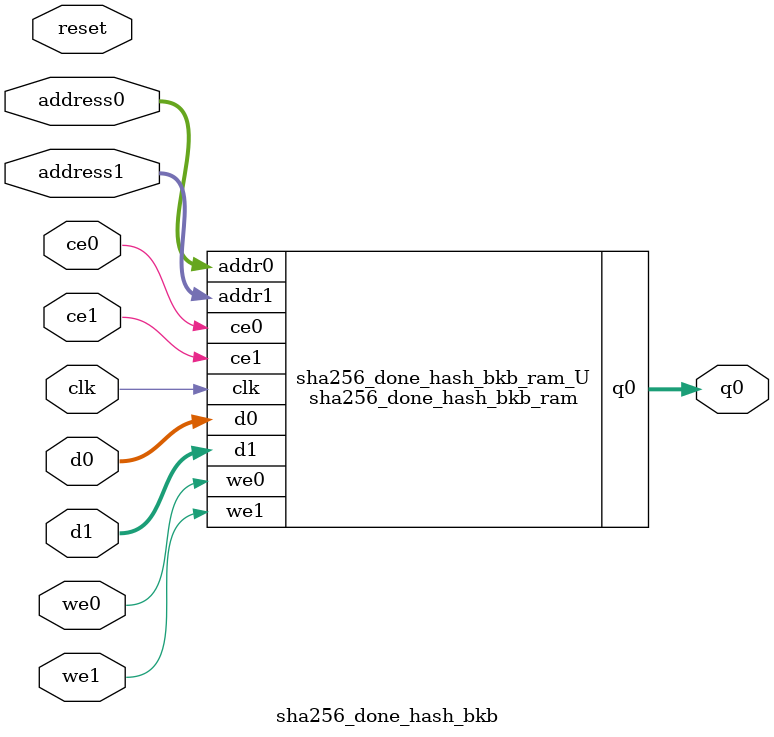
<source format=v>
`timescale 1 ns / 1 ps
module sha256_done_hash_bkb_ram (addr0, ce0, d0, we0, q0, addr1, ce1, d1, we1,  clk);

parameter DWIDTH = 8;
parameter AWIDTH = 5;
parameter MEM_SIZE = 32;

input[AWIDTH-1:0] addr0;
input ce0;
input[DWIDTH-1:0] d0;
input we0;
output reg[DWIDTH-1:0] q0;
input[AWIDTH-1:0] addr1;
input ce1;
input[DWIDTH-1:0] d1;
input we1;
input clk;

(* ram_style = "block" *)reg [DWIDTH-1:0] ram[0:MEM_SIZE-1];




always @(posedge clk)  
begin 
    if (ce0) 
    begin
        if (we0) 
        begin 
            ram[addr0] <= d0; 
        end 
        q0 <= ram[addr0];
    end
end


always @(posedge clk)  
begin 
    if (ce1) 
    begin
        if (we1) 
        begin 
            ram[addr1] <= d1; 
        end 
    end
end


endmodule

`timescale 1 ns / 1 ps
module sha256_done_hash_bkb(
    reset,
    clk,
    address0,
    ce0,
    we0,
    d0,
    q0,
    address1,
    ce1,
    we1,
    d1);

parameter DataWidth = 32'd8;
parameter AddressRange = 32'd32;
parameter AddressWidth = 32'd5;
input reset;
input clk;
input[AddressWidth - 1:0] address0;
input ce0;
input we0;
input[DataWidth - 1:0] d0;
output[DataWidth - 1:0] q0;
input[AddressWidth - 1:0] address1;
input ce1;
input we1;
input[DataWidth - 1:0] d1;



sha256_done_hash_bkb_ram sha256_done_hash_bkb_ram_U(
    .clk( clk ),
    .addr0( address0 ),
    .ce0( ce0 ),
    .we0( we0 ),
    .d0( d0 ),
    .q0( q0 ),
    .addr1( address1 ),
    .ce1( ce1 ),
    .we1( we1 ),
    .d1( d1 ));

endmodule


</source>
